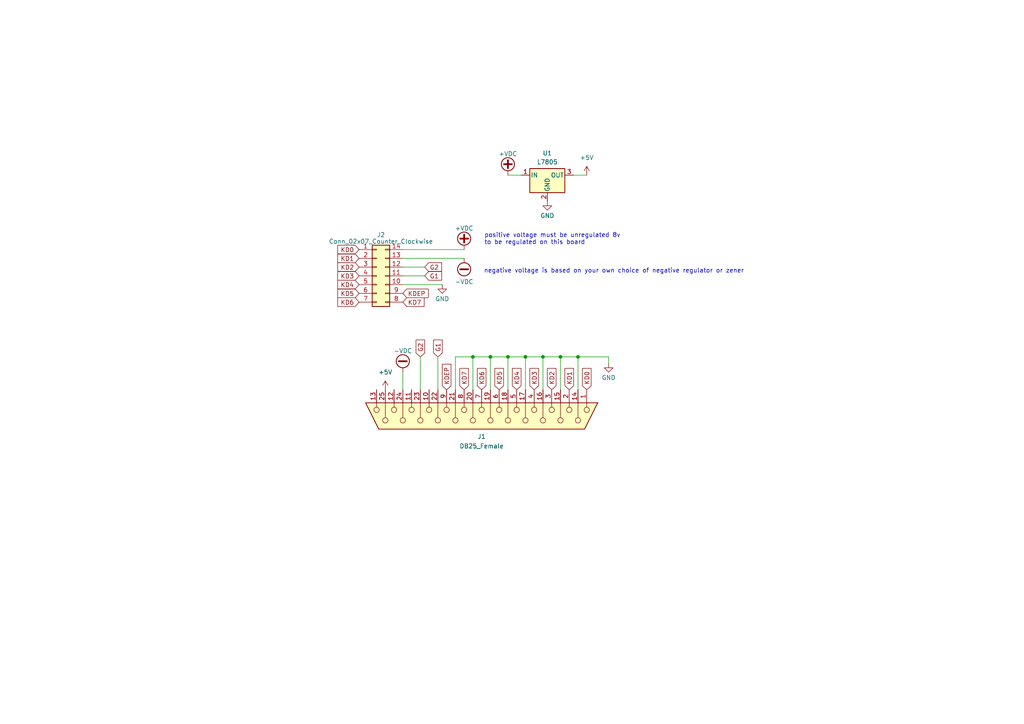
<source format=kicad_sch>
(kicad_sch (version 20250114) (generator "eeschema") (generator_version "9.0")
  (paper "A4")
  (lib_symbols
    (symbol "Connector:DB25_Female" (pin_names (offset 1.016) (hide yes))
      (property "Reference" "J" (at 0 34.29 0))
      (property "Value" "DB25_Female" (at 0 -34.925 0))
      (symbol "DB25_Female_0_1"
        (polyline (pts (xy -3.81 33.655) (xy 3.81 29.845) (xy 3.81 -29.845) (xy -3.81 -33.655) (xy -3.81 33.655)) (stroke (width 0.254)) (fill (type background)))
        (polyline (pts (xy -3.81 30.48) (xy -2.54 30.48)))
        (polyline (pts (xy -3.81 27.94) (xy 0.508 27.94)))
        (polyline (pts (xy -3.81 25.4) (xy -2.54 25.4)))
        (polyline (pts (xy -3.81 22.86) (xy 0.508 22.86)))
        (polyline (pts (xy -3.81 20.32) (xy -2.54 20.32)))
        (polyline (pts (xy -3.81 17.78) (xy 0.508 17.78)))
        (polyline (pts (xy -3.81 15.24) (xy -2.54 15.24)))
        (polyline (pts (xy -3.81 12.7) (xy 0.508 12.7)))
        (polyline (pts (xy -3.81 10.16) (xy -2.54 10.16)))
        (polyline (pts (xy -3.81 7.62) (xy 0.508 7.62)))
        (polyline (pts (xy -3.81 5.08) (xy -2.54 5.08)))
        (polyline (pts (xy -3.81 2.54) (xy 0.508 2.54)))
        (polyline (pts (xy -3.81 0) (xy -2.54 0)))
        (polyline (pts (xy -3.81 -2.54) (xy 0.508 -2.54)))
        (polyline (pts (xy -3.81 -5.08) (xy -2.54 -5.08)))
        (polyline (pts (xy -3.81 -7.62) (xy 0.508 -7.62)))
        (polyline (pts (xy -3.81 -10.16) (xy -2.54 -10.16)))
        (polyline (pts (xy -3.81 -12.7) (xy 0.508 -12.7)))
        (polyline (pts (xy -3.81 -15.24) (xy -2.54 -15.24)))
        (polyline (pts (xy -3.81 -17.78) (xy 0.508 -17.78)))
        (polyline (pts (xy -3.81 -20.32) (xy -2.54 -20.32)))
        (polyline (pts (xy -3.81 -22.86) (xy 0.508 -22.86)))
        (polyline (pts (xy -3.81 -25.4) (xy -2.54 -25.4)))
        (polyline (pts (xy -3.81 -27.94) (xy 0.508 -27.94)))
        (polyline (pts (xy -3.81 -30.48) (xy -2.54 -30.48)))
        (circle (center -1.778 30.48) (radius 0.762))
        (circle (center -1.778 25.4) (radius 0.762))
        (circle (center -1.778 20.32) (radius 0.762))
        (circle (center -1.778 15.24) (radius 0.762))
        (circle (center -1.778 10.16) (radius 0.762))
        (circle (center -1.778 5.08) (radius 0.762))
        (circle (center -1.778 0) (radius 0.762))
        (circle (center -1.778 -5.08) (radius 0.762))
        (circle (center -1.778 -10.16) (radius 0.762))
        (circle (center -1.778 -15.24) (radius 0.762))
        (circle (center -1.778 -20.32) (radius 0.762))
        (circle (center -1.778 -25.4) (radius 0.762))
        (circle (center -1.778 -30.48) (radius 0.762))
        (circle (center 1.27 27.94) (radius 0.762))
        (circle (center 1.27 22.86) (radius 0.762))
        (circle (center 1.27 17.78) (radius 0.762))
        (circle (center 1.27 12.7) (radius 0.762))
        (circle (center 1.27 7.62) (radius 0.762))
        (circle (center 1.27 2.54) (radius 0.762))
        (circle (center 1.27 -2.54) (radius 0.762))
        (circle (center 1.27 -7.62) (radius 0.762))
        (circle (center 1.27 -12.7) (radius 0.762))
        (circle (center 1.27 -17.78) (radius 0.762))
        (circle (center 1.27 -22.86) (radius 0.762))
        (circle (center 1.27 -27.94) (radius 0.762))
      )
      (symbol "DB25_Female_1_1"
        (pin passive line (at -7.62 30.48 0) (length 3.81) (name "1") (number "1"))
        (pin passive line (at -7.62 27.94 0) (length 3.81) (name "P14") (number "14"))
        (pin passive line (at -7.62 25.4 0) (length 3.81) (name "2") (number "2"))
        (pin passive line (at -7.62 22.86 0) (length 3.81) (name "P15") (number "15"))
        (pin passive line (at -7.62 20.32 0) (length 3.81) (name "3") (number "3"))
        (pin passive line (at -7.62 17.78 0) (length 3.81) (name "P16") (number "16"))
        (pin passive line (at -7.62 15.24 0) (length 3.81) (name "4") (number "4"))
        (pin passive line (at -7.62 12.7 0) (length 3.81) (name "P17") (number "17"))
        (pin passive line (at -7.62 10.16 0) (length 3.81) (name "5") (number "5"))
        (pin passive line (at -7.62 7.62 0) (length 3.81) (name "P18") (number "18"))
        (pin passive line (at -7.62 5.08 0) (length 3.81) (name "6") (number "6"))
        (pin passive line (at -7.62 2.54 0) (length 3.81) (name "P19") (number "19"))
        (pin passive line (at -7.62 0 0) (length 3.81) (name "7") (number "7"))
        (pin passive line (at -7.62 -2.54 0) (length 3.81) (name "P20") (number "20"))
        (pin passive line (at -7.62 -5.08 0) (length 3.81) (name "8") (number "8"))
        (pin passive line (at -7.62 -7.62 0) (length 3.81) (name "P21") (number "21"))
        (pin passive line (at -7.62 -10.16 0) (length 3.81) (name "9") (number "9"))
        (pin passive line (at -7.62 -12.7 0) (length 3.81) (name "P22") (number "22"))
        (pin passive line (at -7.62 -15.24 0) (length 3.81) (name "10") (number "10"))
        (pin passive line (at -7.62 -17.78 0) (length 3.81) (name "P23") (number "23"))
        (pin passive line (at -7.62 -20.32 0) (length 3.81) (name "11") (number "11"))
        (pin passive line (at -7.62 -22.86 0) (length 3.81) (name "P24") (number "24"))
        (pin passive line (at -7.62 -25.4 0) (length 3.81) (name "12") (number "12"))
        (pin passive line (at -7.62 -27.94 0) (length 3.81) (name "P25") (number "25"))
        (pin passive line (at -7.62 -30.48 0) (length 3.81) (name "13") (number "13"))
      )
    )
    (symbol "Connector_Generic:Conn_02x07_Counter_Clockwise" (pin_names (offset 1.016) (hide yes))
      (property "Reference" "J" (at 1.27 10.16 0))
      (property "Value" "Conn_02x07_Counter_Clockwise" (at 1.27 -10.16 0))
      (symbol "Conn_02x07_Counter_Clockwise_1_1"
        (rectangle (start -1.27 8.89) (end 3.81 -8.89) (stroke (width 0.254)) (fill (type background)))
        (rectangle (start -1.27 7.747) (end 0 7.493) (stroke (width 0.1524)))
        (rectangle (start -1.27 5.207) (end 0 4.953) (stroke (width 0.1524)))
        (rectangle (start -1.27 2.667) (end 0 2.413) (stroke (width 0.1524)))
        (rectangle (start -1.27 0.127) (end 0 -0.127) (stroke (width 0.1524)))
        (rectangle (start -1.27 -2.413) (end 0 -2.667) (stroke (width 0.1524)))
        (rectangle (start -1.27 -4.953) (end 0 -5.207) (stroke (width 0.1524)))
        (rectangle (start -1.27 -7.493) (end 0 -7.747) (stroke (width 0.1524)))
        (rectangle (start 3.81 7.747) (end 2.54 7.493) (stroke (width 0.1524)))
        (rectangle (start 3.81 5.207) (end 2.54 4.953) (stroke (width 0.1524)))
        (rectangle (start 3.81 2.667) (end 2.54 2.413) (stroke (width 0.1524)))
        (rectangle (start 3.81 0.127) (end 2.54 -0.127) (stroke (width 0.1524)))
        (rectangle (start 3.81 -2.413) (end 2.54 -2.667) (stroke (width 0.1524)))
        (rectangle (start 3.81 -4.953) (end 2.54 -5.207) (stroke (width 0.1524)))
        (rectangle (start 3.81 -7.493) (end 2.54 -7.747) (stroke (width 0.1524)))
        (pin passive line (at -5.08 7.62 0) (length 3.81) (name "Pin_1") (number "1"))
        (pin passive line (at -5.08 5.08 0) (length 3.81) (name "Pin_2") (number "2"))
        (pin passive line (at -5.08 2.54 0) (length 3.81) (name "Pin_3") (number "3"))
        (pin passive line (at -5.08 0 0) (length 3.81) (name "Pin_4") (number "4"))
        (pin passive line (at -5.08 -2.54 0) (length 3.81) (name "Pin_5") (number "5"))
        (pin passive line (at -5.08 -5.08 0) (length 3.81) (name "Pin_6") (number "6"))
        (pin passive line (at -5.08 -7.62 0) (length 3.81) (name "Pin_7") (number "7"))
        (pin passive line (at 7.62 7.62 180) (length 3.81) (name "Pin_14") (number "14"))
        (pin passive line (at 7.62 5.08 180) (length 3.81) (name "Pin_13") (number "13"))
        (pin passive line (at 7.62 2.54 180) (length 3.81) (name "Pin_12") (number "12"))
        (pin passive line (at 7.62 0 180) (length 3.81) (name "Pin_11") (number "11"))
        (pin passive line (at 7.62 -2.54 180) (length 3.81) (name "Pin_10") (number "10"))
        (pin passive line (at 7.62 -5.08 180) (length 3.81) (name "Pin_9") (number "9"))
        (pin passive line (at 7.62 -7.62 180) (length 3.81) (name "Pin_8") (number "8"))
      )
    )
    (symbol "Regulator_Linear:L7805" (pin_names (offset 0.254))
      (property "Reference" "U" (at -3.81 3.175 0))
      (property "Value" "L7805" (at 0 3.175 0))
      (symbol "L7805_0_1"
        (rectangle (start -5.08 1.905) (end 5.08 -5.08) (stroke (width 0.254)) (fill (type background)))
      )
      (symbol "L7805_1_1"
        (pin power_in line (at -7.62 0 0) (length 2.54) (name "IN") (number "1"))
        (pin power_in line (at 0 -7.62 90) (length 2.54) (name "GND") (number "2"))
        (pin power_out line (at 7.62 0 180) (length 2.54) (name "OUT") (number "3"))
      )
    )
    (symbol "power:+5V" (power) (pin_numbers (hide yes)) (pin_names (offset 0) (hide yes))
      (property "Value" "+5V" (at 0 3.556 0))
      (symbol "+5V_0_1"
        (polyline (pts (xy -0.762 1.27) (xy 0 2.54)))
        (polyline (pts (xy 0 2.54) (xy 0.762 1.27)))
        (polyline (pts (xy 0 0) (xy 0 2.54)))
      )
      (symbol "+5V_1_1"
        (pin power_in line (at 0 0 90) (length 0) (name "~") (number "1"))
      )
    )
    (symbol "power:+VDC" (power) (pin_names (offset 0))
      (property "Value" "+VDC" (at 0 6.35 0))
      (symbol "+VDC_0_1"
        (polyline (pts (xy -1.143 3.175) (xy 1.143 3.175)) (stroke (width 0.508)))
        (circle (center 0 3.175) (radius 1.905) (stroke (width 0.254)))
        (polyline (pts (xy 0 2.032) (xy 0 4.318)) (stroke (width 0.508)))
        (polyline (pts (xy 0 0) (xy 0 1.27)))
      )
      (symbol "+VDC_1_1"
        (pin power_in line (at 0 0 90) (length 0) (hide yes) (name "+VDC") (number "1"))
      )
    )
    (symbol "power:-VDC" (power) (pin_names (offset 0))
      (property "Value" "-VDC" (at 0 6.35 0))
      (symbol "-VDC_0_1"
        (polyline (pts (xy -1.143 3.175) (xy 1.143 3.175)) (stroke (width 0.508)))
        (circle (center 0 3.175) (radius 1.905) (stroke (width 0.254)))
        (polyline (pts (xy 0 0) (xy 0 1.27)))
      )
      (symbol "-VDC_1_1"
        (pin power_in line (at 0 0 90) (length 0) (hide yes) (name "-VDC") (number "1"))
      )
    )
    (symbol "power:GND" (power) (pin_names (offset 0))
      (property "Value" "GND" (at 0 -3.81 0))
      (symbol "GND_0_1"
        (polyline (pts (xy 0 0) (xy 0 -1.27) (xy 1.27 -1.27) (xy 0 -2.54) (xy -1.27 -1.27) (xy 0 -1.27)))
      )
      (symbol "GND_1_1"
        (pin power_in line (at 0 0 270) (length 0) (hide yes) (name "GND") (number "1"))
      )
    )
  )
  (text "negative voltage is based on your own choice of negative regulator or zener" (at 140.335 79.375 0) (effects (font (size 1.27 1.27)) (justify left bottom)))
  (text "positive voltage must be unregulated 8v\nto be regulated on this board" (at 140.462 71.12 0) (effects (font (size 1.27 1.27)) (justify left bottom)))
  (junction (at 162.56 103.505))
  (junction (at 142.24 103.505))
  (junction (at 157.48 103.505))
  (junction (at 167.64 103.505))
  (junction (at 137.16 103.505))
  (junction (at 147.32 103.505))
  (junction (at 152.4 103.505))
  (wire (pts (xy 116.84 74.93) (xy 134.62 74.93)))
  (wire (pts (xy 162.56 103.505) (xy 162.56 113.03)))
  (wire (pts (xy 123.19 77.47) (xy 116.84 77.47)))
  (wire (pts (xy 157.48 103.505) (xy 157.48 113.03)))
  (wire (pts (xy 137.16 103.505) (xy 142.24 103.505)))
  (wire (pts (xy 121.92 103.505) (xy 121.92 113.03)))
  (wire (pts (xy 132.08 103.505) (xy 132.08 113.03)))
  (wire (pts (xy 147.32 50.8) (xy 151.13 50.8)))
  (wire (pts (xy 116.84 80.01) (xy 123.19 80.01)))
  (wire (pts (xy 147.32 103.505) (xy 152.4 103.505)))
  (wire (pts (xy 152.4 103.505) (xy 157.48 103.505)))
  (wire (pts (xy 116.84 82.55) (xy 128.27 82.55)))
  (wire (pts (xy 170.18 50.8) (xy 166.37 50.8)))
  (wire (pts (xy 116.84 72.39) (xy 134.62 72.39)))
  (wire (pts (xy 116.84 107.95) (xy 116.84 113.03)))
  (wire (pts (xy 176.53 103.505) (xy 176.53 105.41)))
  (wire (pts (xy 142.24 103.505) (xy 142.24 113.03)))
  (wire (pts (xy 142.24 103.505) (xy 147.32 103.505)))
  (wire (pts (xy 127 103.505) (xy 127 113.03)))
  (wire (pts (xy 137.16 103.505) (xy 137.16 113.03)))
  (wire (pts (xy 152.4 103.505) (xy 152.4 113.03)))
  (wire (pts (xy 132.08 103.505) (xy 137.16 103.505)))
  (wire (pts (xy 167.64 103.505) (xy 167.64 113.03)))
  (wire (pts (xy 147.32 103.505) (xy 147.32 113.03)))
  (wire (pts (xy 157.48 103.505) (xy 162.56 103.505)))
  (wire (pts (xy 167.64 103.505) (xy 176.53 103.505)))
  (wire (pts (xy 162.56 103.505) (xy 167.64 103.505)))
  (global_label "G2" (shape input) (at 123.19 77.47 0) (property "Intersheetrefs" "${INTERSHEET_REFS}" (effects (hide yes))))
  (global_label "KD7" (shape input) (at 116.84 87.63 0) (property "Intersheetrefs" "${INTERSHEET_REFS}" (effects (hide yes))))
  (global_label "KD3" (shape input) (at 154.94 113.03 90) (property "Intersheetrefs" "${INTERSHEET_REFS}" (effects (hide yes))))
  (global_label "KD1" (shape input) (at 104.14 74.93 180) (property "Intersheetrefs" "${INTERSHEET_REFS}" (effects (hide yes))))
  (global_label "KD7" (shape input) (at 134.62 113.03 90) (property "Intersheetrefs" "${INTERSHEET_REFS}" (effects (hide yes))))
  (global_label "KDEP" (shape input) (at 116.84 85.09 0) (property "Intersheetrefs" "${INTERSHEET_REFS}" (effects (hide yes))))
  (global_label "KD6" (shape input) (at 104.14 87.63 180) (property "Intersheetrefs" "${INTERSHEET_REFS}" (effects (hide yes))))
  (global_label "G1" (shape input) (at 127 103.505 90) (property "Intersheetrefs" "${INTERSHEET_REFS}" (effects (hide yes))))
  (global_label "G2" (shape input) (at 121.92 103.505 90) (property "Intersheetrefs" "${INTERSHEET_REFS}" (effects (hide yes))))
  (global_label "KD6" (shape input) (at 139.7 113.03 90) (property "Intersheetrefs" "${INTERSHEET_REFS}" (effects (hide yes))))
  (global_label "KD2" (shape input) (at 104.14 77.47 180) (property "Intersheetrefs" "${INTERSHEET_REFS}" (effects (hide yes))))
  (global_label "KD3" (shape input) (at 104.14 80.01 180) (property "Intersheetrefs" "${INTERSHEET_REFS}" (effects (hide yes))))
  (global_label "G1" (shape input) (at 123.19 80.01 0) (property "Intersheetrefs" "${INTERSHEET_REFS}" (effects (hide yes))))
  (global_label "KD4" (shape input) (at 104.14 82.55 180) (property "Intersheetrefs" "${INTERSHEET_REFS}" (effects (hide yes))))
  (global_label "KD0" (shape input) (at 104.14 72.39 180) (property "Intersheetrefs" "${INTERSHEET_REFS}" (effects (hide yes))))
  (global_label "KD5" (shape input) (at 104.14 85.09 180) (property "Intersheetrefs" "${INTERSHEET_REFS}" (effects (hide yes))))
  (global_label "KD1" (shape input) (at 165.1 113.03 90) (property "Intersheetrefs" "${INTERSHEET_REFS}" (effects (hide yes))))
  (global_label "KD2" (shape input) (at 160.02 113.03 90) (property "Intersheetrefs" "${INTERSHEET_REFS}" (effects (hide yes))))
  (global_label "KD4" (shape input) (at 149.86 113.03 90) (property "Intersheetrefs" "${INTERSHEET_REFS}" (effects (hide yes))))
  (global_label "KDEP" (shape input) (at 129.54 113.03 90) (property "Intersheetrefs" "${INTERSHEET_REFS}" (effects (hide yes))))
  (global_label "KD0" (shape input) (at 170.18 113.03 90) (property "Intersheetrefs" "${INTERSHEET_REFS}" (effects (hide yes))))
  (global_label "KD5" (shape input) (at 144.78 113.03 90) (property "Intersheetrefs" "${INTERSHEET_REFS}" (effects (hide yes))))
  (symbol (lib_id "power:GND") (at 128.27 82.55 0) (unit 1)
    (property "Reference" "#PWR01" (effects (hide yes)))
    (property "Value" "GND" (at 128.27 86.6855 0))
  )
  (symbol (lib_id "power:-VDC") (at 134.62 74.93 180) (unit 1)
    (property "Reference" "#PWR03" (effects (hide yes)))
    (property "Value" "-VDC" (at 134.62 81.7325 0))
  )
  (symbol (lib_id "power:-VDC") (at 116.84 107.95 0) (unit 1)
    (property "Reference" "#PWR05" (effects (hide yes)))
    (property "Value" "-VDC" (at 116.84 101.7811 0))
  )
  (symbol (lib_id "power:+VDC") (at 147.32 50.8 0) (unit 1)
    (property "Reference" "#PWR010" (effects (hide yes)))
    (property "Value" "+VDC" (at 147.32 44.6311 0))
  )
  (symbol (lib_id "power:+5V") (at 170.18 50.8 0) (unit 1)
    (property "Reference" "#PWR08" (effects (hide yes)))
    (property "Value" "+5V" (at 170.18 45.72 0))
    (property "Description" "Power symbol creates a global label with name \"+5V\"" (effects (hide yes)))
  )
  (symbol (lib_id "Connector_Generic:Conn_02x07_Counter_Clockwise") (at 109.22 80.01 0) (unit 1)
    (property "Reference" "J2" (at 110.49 68.1101 0))
    (property "Value" "Conn_02x07_Counter_Clockwise" (at 110.49 70.0311 0))
    (property "Footprint" "Package_DIP:DIP-14_W7.62mm" (effects (hide yes)))
  )
  (symbol (lib_id "power:+5V") (at 111.76 113.03 0) (unit 1)
    (property "Reference" "#PWR09" (effects (hide yes)))
    (property "Value" "+5V" (at 111.76 107.95 0))
    (property "Description" "Power symbol creates a global label with name \"+5V\"" (effects (hide yes)))
  )
  (symbol (lib_id "Regulator_Linear:L7805") (at 158.75 50.8 0) (unit 1)
    (property "Reference" "U1" (at 158.75 44.45 0))
    (property "Value" "L7805" (at 158.75 46.99 0))
    (property "Datasheet" "http://www.st.com/content/ccc/resource/technical/document/datasheet/41/4f/b3/b0/12/d4/47/88/CD00000444.pdf/files/CD00000444.pdf/jcr:content/translations/en.CD00000444.pdf" (effects (hide yes)))
    (property "Description" "Positive 1.5A 35V Linear Regulator, Fixed Output 5V, TO-220/TO-263/TO-252" (effects (hide yes)))
  )
  (symbol (lib_id "Connector:DB25_Female") (at 139.7 120.65 270) (unit 1)
    (property "Reference" "J1" (at 139.7 126.6095 90))
    (property "Value" "DB25_Female" (at 139.7 129.3846 90))
    (property "Footprint" "Evan's parts:amphenol db25" (effects (hide yes)))
    (property "Datasheet" " ~" (effects (hide yes)))
  )
  (symbol (lib_id "power:+VDC") (at 134.62 72.39 0) (unit 1)
    (property "Reference" "#PWR02" (effects (hide yes)))
    (property "Value" "+VDC" (at 134.62 66.2211 0))
  )
  (symbol (lib_id "power:GND") (at 176.53 105.41 0) (unit 1)
    (property "Reference" "#PWR06" (effects (hide yes)))
    (property "Value" "GND" (at 176.53 109.5455 0))
  )
  (symbol (lib_id "power:GND") (at 158.75 58.42 0) (unit 1)
    (property "Reference" "#PWR07" (effects (hide yes)))
    (property "Value" "GND" (at 158.75 62.5555 0))
  )
)
</source>
